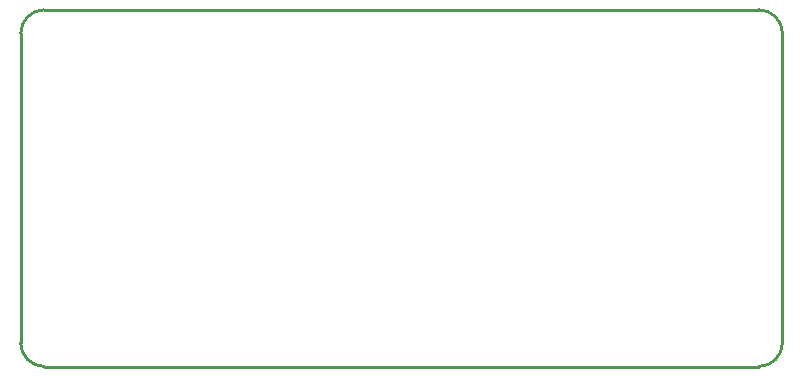
<source format=gko>
G04 Layer: BoardOutline*
G04 EasyEDA v6.4.14, 2021-01-31T15:52:51+00:00*
G04 53acab47483b404e891b66caa61737d9,c23c5ad5fcdd482d9714491510f6a4f3,10*
G04 Gerber Generator version 0.2*
G04 Scale: 100 percent, Rotated: No, Reflected: No *
G04 Dimensions in millimeters *
G04 leading zeros omitted , absolute positions ,4 integer and 5 decimal *
%FSLAX45Y45*%
%MOMM*%

%ADD10C,0.2540*%
D10*
X0Y199999D02*
G01*
X0Y2819999D01*
X6250000Y0D02*
G01*
X199999Y0D01*
X6449999Y2819999D02*
G01*
X6449999Y199999D01*
X199999Y3019999D02*
G01*
X6250000Y3019999D01*
G75*
G01*
X6250000Y3019999D02*
G02*
X6450000Y2819999I0J-200000D01*
G75*
G01*
X6450000Y200000D02*
G02*
X6250000Y0I-200000J0D01*
G75*
G01*
X200000Y0D02*
G02*
X0Y200000I0J200000D01*
G75*
G01*
X0Y2819999D02*
G02*
X200000Y3019999I200000J0D01*

%LPD*%
M02*

</source>
